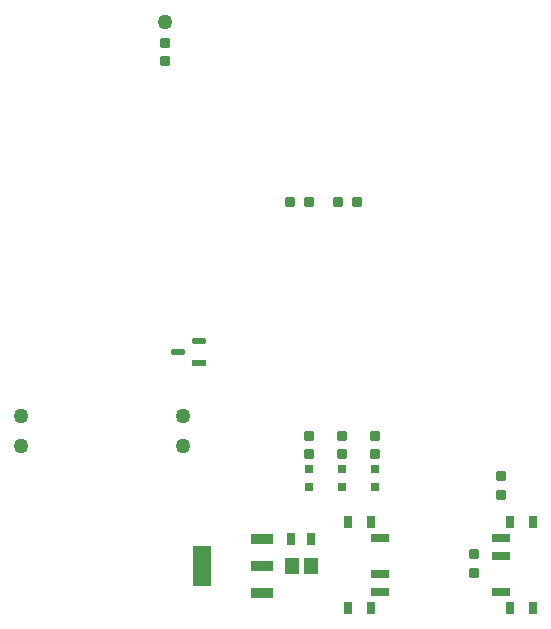
<source format=gtp>
G04*
G04 #@! TF.GenerationSoftware,Altium Limited,Altium Designer,20.0.14 (345)*
G04*
G04 Layer_Color=8421504*
%FSLAX25Y25*%
%MOIN*%
G70*
G01*
G75*
G04:AMPARAMS|DCode=18|XSize=48.2mil|YSize=21.18mil|CornerRadius=10.59mil|HoleSize=0mil|Usage=FLASHONLY|Rotation=180.000|XOffset=0mil|YOffset=0mil|HoleType=Round|Shape=RoundedRectangle|*
%AMROUNDEDRECTD18*
21,1,0.04820,0.00000,0,0,180.0*
21,1,0.02702,0.02118,0,0,180.0*
1,1,0.02118,-0.01351,0.00000*
1,1,0.02118,0.01351,0.00000*
1,1,0.02118,0.01351,0.00000*
1,1,0.02118,-0.01351,0.00000*
%
%ADD18ROUNDEDRECTD18*%
%ADD19R,0.04820X0.02118*%
%ADD20C,0.05000*%
G04:AMPARAMS|DCode=21|XSize=35.43mil|YSize=33.47mil|CornerRadius=8.37mil|HoleSize=0mil|Usage=FLASHONLY|Rotation=180.000|XOffset=0mil|YOffset=0mil|HoleType=Round|Shape=RoundedRectangle|*
%AMROUNDEDRECTD21*
21,1,0.03543,0.01673,0,0,180.0*
21,1,0.01870,0.03347,0,0,180.0*
1,1,0.01673,-0.00935,0.00837*
1,1,0.01673,0.00935,0.00837*
1,1,0.01673,0.00935,-0.00837*
1,1,0.01673,-0.00935,-0.00837*
%
%ADD21ROUNDEDRECTD21*%
%ADD22R,0.03150X0.03150*%
%ADD23R,0.02756X0.03937*%
%ADD24R,0.07480X0.03543*%
%ADD25R,0.05906X0.13386*%
%ADD26R,0.05118X0.05709*%
%ADD27R,0.03150X0.03937*%
%ADD28R,0.05906X0.02756*%
G04:AMPARAMS|DCode=29|XSize=35.43mil|YSize=33.47mil|CornerRadius=8.37mil|HoleSize=0mil|Usage=FLASHONLY|Rotation=270.000|XOffset=0mil|YOffset=0mil|HoleType=Round|Shape=RoundedRectangle|*
%AMROUNDEDRECTD29*
21,1,0.03543,0.01673,0,0,270.0*
21,1,0.01870,0.03347,0,0,270.0*
1,1,0.01673,-0.00837,-0.00935*
1,1,0.01673,-0.00837,0.00935*
1,1,0.01673,0.00837,0.00935*
1,1,0.01673,0.00837,-0.00935*
%
%ADD29ROUNDEDRECTD29*%
D18*
X160613Y195000D02*
D03*
X167387Y198740D02*
D03*
D19*
Y191260D02*
D03*
D20*
X156000Y305000D02*
D03*
X162000Y163500D02*
D03*
X108000Y173500D02*
D03*
X162000D02*
D03*
X108000Y163500D02*
D03*
D21*
X215000Y167051D02*
D03*
Y160949D02*
D03*
X204000Y167051D02*
D03*
Y160949D02*
D03*
X226000D02*
D03*
Y167051D02*
D03*
X268000Y153551D02*
D03*
Y147449D02*
D03*
X156000Y298102D02*
D03*
Y292000D02*
D03*
X259000Y121449D02*
D03*
Y127551D02*
D03*
D22*
X215000Y155952D02*
D03*
Y150047D02*
D03*
X204000D02*
D03*
Y155952D02*
D03*
X226000D02*
D03*
Y150047D02*
D03*
D23*
X198000Y132500D02*
D03*
X204693D02*
D03*
D24*
X188500Y123555D02*
D03*
Y114500D02*
D03*
Y132610D02*
D03*
D25*
X168421Y123555D02*
D03*
D26*
X198350Y123500D02*
D03*
X204650D02*
D03*
D27*
X271201Y138370D02*
D03*
X278799D02*
D03*
Y109630D02*
D03*
X271201D02*
D03*
X224799D02*
D03*
X217201D02*
D03*
Y138370D02*
D03*
X224799D02*
D03*
D28*
X268110Y115142D02*
D03*
Y132858D02*
D03*
Y126953D02*
D03*
X227890Y132858D02*
D03*
Y115142D02*
D03*
Y121047D02*
D03*
D29*
X197949Y245000D02*
D03*
X204051D02*
D03*
X220051D02*
D03*
X213949D02*
D03*
M02*

</source>
